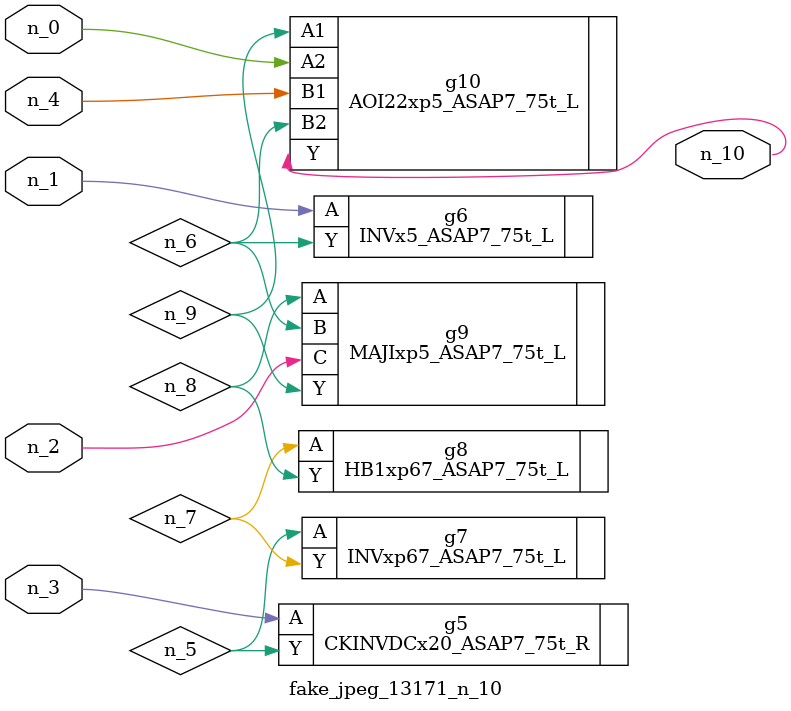
<source format=v>
module fake_jpeg_13171_n_10 (n_3, n_2, n_1, n_0, n_4, n_10);

input n_3;
input n_2;
input n_1;
input n_0;
input n_4;

output n_10;

wire n_8;
wire n_9;
wire n_6;
wire n_5;
wire n_7;

CKINVDCx20_ASAP7_75t_R g5 ( 
.A(n_3),
.Y(n_5)
);

INVx5_ASAP7_75t_L g6 ( 
.A(n_1),
.Y(n_6)
);

INVxp67_ASAP7_75t_L g7 ( 
.A(n_5),
.Y(n_7)
);

HB1xp67_ASAP7_75t_L g8 ( 
.A(n_7),
.Y(n_8)
);

MAJIxp5_ASAP7_75t_L g9 ( 
.A(n_8),
.B(n_6),
.C(n_2),
.Y(n_9)
);

AOI22xp5_ASAP7_75t_L g10 ( 
.A1(n_9),
.A2(n_0),
.B1(n_4),
.B2(n_6),
.Y(n_10)
);


endmodule
</source>
